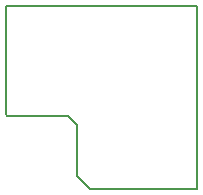
<source format=gbo>
G04*
G04 #@! TF.GenerationSoftware,Altium Limited,Altium Designer,20.2.7 (254)*
G04*
G04 Layer_Color=57008*
%FSLAX25Y25*%
%MOIN*%
G70*
G04*
G04 #@! TF.SameCoordinates,DA4A69CC-0FFB-40CA-8B1E-561776DE4CFB*
G04*
G04*
G04 #@! TF.FilePolarity,Positive*
G04*
G01*
G75*
%ADD12C,0.00787*%
D12*
X24114Y4626D02*
X28346Y394D01*
X24114Y4626D02*
Y21949D01*
X394Y25394D02*
X886Y24901D01*
X21162D01*
X394Y25394D02*
Y61516D01*
X21162Y24901D02*
X24114Y21949D01*
X28346Y394D02*
X64075D01*
X394Y61516D02*
X64075D01*
Y394D02*
Y61516D01*
M02*

</source>
